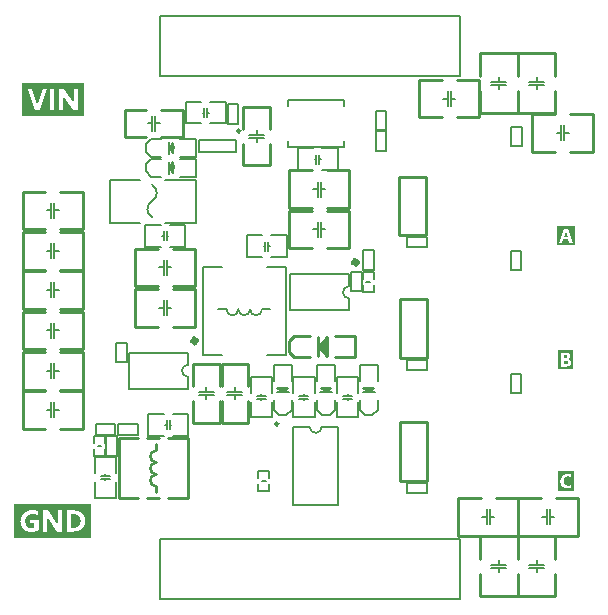
<source format=gto>
G04*
G04 #@! TF.GenerationSoftware,Altium Limited,Altium Designer,23.8.1 (32)*
G04*
G04 Layer_Color=65535*
%FSLAX44Y44*%
%MOMM*%
G71*
G04*
G04 #@! TF.SameCoordinates,92C49762-E6E1-4201-94AC-3A3CAB1C571E*
G04*
G04*
G04 #@! TF.FilePolarity,Positive*
G04*
G01*
G75*
%ADD10C,0.2000*%
%ADD11C,0.2540*%
%ADD12C,0.2032*%
%ADD13C,0.5000*%
%ADD14C,0.2500*%
%ADD15C,0.1524*%
%ADD16C,0.1778*%
G36*
X504415Y125000D02*
X491188D01*
Y141297D01*
X504415D01*
Y125000D01*
D02*
G37*
G36*
X504175Y228000D02*
X491428D01*
Y243890D01*
X504175D01*
Y228000D01*
D02*
G37*
G36*
X505603Y333000D02*
X490000D01*
Y348890D01*
X505603D01*
Y333000D01*
D02*
G37*
G36*
X95996Y85000D02*
X31000D01*
Y113605D01*
X95996D01*
Y85000D01*
D02*
G37*
G36*
X89736Y442000D02*
X37000D01*
Y469995D01*
X89736D01*
Y442000D01*
D02*
G37*
%LPC*%
G36*
X499660Y139297D02*
X499493D01*
X499235Y139287D01*
X498985Y139278D01*
X498495Y139223D01*
X498042Y139130D01*
X497607Y139019D01*
X497210Y138881D01*
X496831Y138733D01*
X496489Y138566D01*
X496174Y138400D01*
X495897Y138233D01*
X495647Y138067D01*
X495444Y137919D01*
X495351Y137845D01*
X495268Y137780D01*
X495194Y137725D01*
X495130Y137669D01*
X495074Y137623D01*
X495028Y137577D01*
X494991Y137549D01*
X494963Y137521D01*
X494954Y137512D01*
X494945Y137503D01*
X494787Y137337D01*
X494640Y137152D01*
X494492Y136976D01*
X494362Y136791D01*
X494131Y136412D01*
X493928Y136024D01*
X493761Y135635D01*
X493613Y135256D01*
X493502Y134887D01*
X493410Y134526D01*
X493336Y134184D01*
X493280Y133879D01*
X493262Y133731D01*
X493243Y133601D01*
X493225Y133472D01*
X493216Y133361D01*
X493206Y133250D01*
X493197Y133158D01*
Y133084D01*
X493188Y133019D01*
Y132889D01*
X493206Y132399D01*
X493253Y131937D01*
X493336Y131503D01*
X493438Y131087D01*
X493549Y130708D01*
X493687Y130356D01*
X493826Y130033D01*
X493974Y129737D01*
X494122Y129478D01*
X494260Y129247D01*
X494399Y129052D01*
X494510Y128895D01*
X494612Y128766D01*
X494695Y128673D01*
X494741Y128618D01*
X494760Y128609D01*
Y128600D01*
X494908Y128452D01*
X495065Y128322D01*
X495398Y128073D01*
X495740Y127860D01*
X496091Y127675D01*
X496452Y127518D01*
X496803Y127388D01*
X497154Y127287D01*
X497487Y127203D01*
X497802Y127139D01*
X498097Y127083D01*
X498356Y127046D01*
X498476Y127037D01*
X498587Y127028D01*
X498689Y127018D01*
X498772Y127009D01*
X498846D01*
X498911Y127000D01*
X499031D01*
X499410Y127009D01*
X499780Y127028D01*
X500122Y127056D01*
X500446Y127102D01*
X500742Y127148D01*
X501019Y127203D01*
X501278Y127259D01*
X501509Y127314D01*
X501712Y127370D01*
X501897Y127435D01*
X502055Y127481D01*
X502184Y127527D01*
X502286Y127573D01*
X502360Y127601D01*
X502397Y127619D01*
X502415Y127629D01*
Y129959D01*
X502165Y129820D01*
X501916Y129709D01*
X501666Y129607D01*
X501417Y129515D01*
X501167Y129441D01*
X500927Y129376D01*
X500695Y129330D01*
X500483Y129284D01*
X500279Y129256D01*
X500094Y129228D01*
X499928Y129219D01*
X499789Y129200D01*
X499678D01*
X499595Y129191D01*
X499521D01*
X499216Y129200D01*
X498920Y129237D01*
X498643Y129293D01*
X498393Y129358D01*
X498153Y129441D01*
X497931Y129524D01*
X497728Y129626D01*
X497543Y129727D01*
X497385Y129820D01*
X497247Y129922D01*
X497117Y130005D01*
X497025Y130088D01*
X496942Y130153D01*
X496886Y130208D01*
X496849Y130245D01*
X496840Y130254D01*
X496664Y130467D01*
X496516Y130680D01*
X496378Y130911D01*
X496267Y131151D01*
X496174Y131382D01*
X496091Y131623D01*
X496026Y131845D01*
X495971Y132067D01*
X495934Y132270D01*
X495906Y132464D01*
X495878Y132640D01*
X495869Y132788D01*
X495860Y132908D01*
X495851Y133000D01*
Y133028D01*
Y133056D01*
Y133065D01*
Y133074D01*
X495860Y133407D01*
X495897Y133712D01*
X495943Y134008D01*
X496017Y134285D01*
X496091Y134544D01*
X496184Y134785D01*
X496276Y134997D01*
X496378Y135201D01*
X496470Y135377D01*
X496563Y135534D01*
X496655Y135663D01*
X496729Y135774D01*
X496803Y135866D01*
X496849Y135922D01*
X496886Y135968D01*
X496895Y135977D01*
X497099Y136172D01*
X497312Y136347D01*
X497543Y136495D01*
X497774Y136625D01*
X498005Y136736D01*
X498236Y136819D01*
X498458Y136893D01*
X498680Y136958D01*
X498883Y137004D01*
X499077Y137041D01*
X499244Y137059D01*
X499392Y137078D01*
X499512Y137087D01*
X499604Y137096D01*
X499678D01*
X499965Y137087D01*
X500233Y137069D01*
X500501Y137031D01*
X500751Y136985D01*
X500991Y136930D01*
X501222Y136874D01*
X501426Y136810D01*
X501620Y136745D01*
X501796Y136680D01*
X501953Y136615D01*
X502092Y136560D01*
X502202Y136504D01*
X502295Y136458D01*
X502360Y136421D01*
X502406Y136403D01*
X502415Y136393D01*
Y138844D01*
X502193Y138927D01*
X501953Y138991D01*
X501712Y139056D01*
X501463Y139102D01*
X500973Y139186D01*
X500742Y139213D01*
X500511Y139241D01*
X500307Y139260D01*
X500113Y139269D01*
X499937Y139287D01*
X499789D01*
X499660Y139297D01*
D02*
G37*
G36*
X497839Y241890D02*
X493428D01*
Y230000D01*
X497876D01*
X498236Y230009D01*
X498587Y230037D01*
X498911Y230093D01*
X499207Y230148D01*
X499493Y230222D01*
X499752Y230305D01*
X499984Y230388D01*
X500196Y230481D01*
X500390Y230564D01*
X500547Y230647D01*
X500695Y230730D01*
X500806Y230804D01*
X500899Y230869D01*
X500964Y230915D01*
X501010Y230943D01*
X501019Y230952D01*
X501222Y231137D01*
X501398Y231341D01*
X501555Y231544D01*
X501685Y231757D01*
X501796Y231969D01*
X501897Y232191D01*
X501971Y232395D01*
X502027Y232598D01*
X502082Y232792D01*
X502110Y232968D01*
X502138Y233125D01*
X502156Y233264D01*
X502165Y233375D01*
X502175Y233458D01*
Y233532D01*
X502165Y233745D01*
X502138Y233948D01*
X502101Y234142D01*
X502055Y234318D01*
X501999Y234493D01*
X501934Y234650D01*
X501860Y234799D01*
X501796Y234928D01*
X501722Y235048D01*
X501648Y235150D01*
X501583Y235242D01*
X501528Y235316D01*
X501481Y235381D01*
X501444Y235418D01*
X501417Y235446D01*
X501407Y235455D01*
X501259Y235594D01*
X501102Y235714D01*
X500945Y235825D01*
X500779Y235926D01*
X500603Y236010D01*
X500437Y236084D01*
X500279Y236148D01*
X500122Y236204D01*
X499974Y236250D01*
X499836Y236287D01*
X499715Y236324D01*
X499604Y236343D01*
X499521Y236361D01*
X499457Y236370D01*
X499420Y236380D01*
X499401D01*
Y236407D01*
X499586Y236463D01*
X499762Y236527D01*
X499928Y236601D01*
X500076Y236685D01*
X500224Y236768D01*
X500363Y236851D01*
X500483Y236934D01*
X500603Y237017D01*
X500705Y237091D01*
X500788Y237165D01*
X500871Y237239D01*
X500927Y237295D01*
X500982Y237350D01*
X501019Y237387D01*
X501038Y237406D01*
X501047Y237415D01*
X501167Y237554D01*
X501259Y237702D01*
X501352Y237840D01*
X501426Y237988D01*
X501491Y238127D01*
X501546Y238275D01*
X501583Y238404D01*
X501620Y238534D01*
X501648Y238654D01*
X501666Y238765D01*
X501685Y238857D01*
X501694Y238950D01*
X501703Y239014D01*
Y239061D01*
Y239098D01*
Y239107D01*
X501694Y239347D01*
X501657Y239569D01*
X501611Y239782D01*
X501537Y239976D01*
X501463Y240161D01*
X501370Y240327D01*
X501278Y240485D01*
X501176Y240623D01*
X501074Y240743D01*
X500982Y240854D01*
X500890Y240938D01*
X500816Y241012D01*
X500751Y241076D01*
X500695Y241113D01*
X500658Y241141D01*
X500649Y241150D01*
X500446Y241280D01*
X500215Y241391D01*
X499984Y241492D01*
X499734Y241576D01*
X499484Y241649D01*
X499235Y241714D01*
X498994Y241760D01*
X498754Y241797D01*
X498532Y241825D01*
X498319Y241853D01*
X498134Y241871D01*
X497977Y241881D01*
X497839Y241890D01*
D02*
G37*
%LPD*%
G36*
X497395Y239985D02*
X497552Y239967D01*
X497700Y239948D01*
X497839Y239911D01*
X497968Y239874D01*
X498088Y239837D01*
X498190Y239791D01*
X498384Y239689D01*
X498550Y239569D01*
X498680Y239449D01*
X498782Y239320D01*
X498865Y239190D01*
X498930Y239070D01*
X498966Y238950D01*
X499003Y238848D01*
X499022Y238765D01*
X499031Y238691D01*
Y238654D01*
Y238635D01*
X499022Y238497D01*
X499013Y238367D01*
X498957Y238136D01*
X498874Y237942D01*
X498782Y237775D01*
X498689Y237646D01*
X498652Y237591D01*
X498606Y237544D01*
X498578Y237517D01*
X498550Y237489D01*
X498541Y237480D01*
X498532Y237470D01*
X498439Y237397D01*
X498329Y237341D01*
X498116Y237239D01*
X497885Y237165D01*
X497672Y237119D01*
X497570Y237101D01*
X497478Y237082D01*
X497385Y237073D01*
X497321D01*
X497256Y237064D01*
X495962D01*
Y240004D01*
X497228D01*
X497395Y239985D01*
D02*
G37*
G36*
X497802Y235131D02*
X497959Y235113D01*
X498107Y235085D01*
X498245Y235057D01*
X498366Y235020D01*
X498486Y234983D01*
X498587Y234946D01*
X498671Y234900D01*
X498754Y234863D01*
X498819Y234826D01*
X498874Y234799D01*
X498920Y234771D01*
X498948Y234752D01*
X498966Y234743D01*
X498976Y234734D01*
X499068Y234650D01*
X499151Y234567D01*
X499225Y234475D01*
X499290Y234373D01*
X499336Y234281D01*
X499383Y234179D01*
X499447Y233994D01*
X499484Y233828D01*
X499493Y233754D01*
X499503Y233689D01*
X499512Y233643D01*
Y233606D01*
Y233578D01*
Y233569D01*
X499503Y233421D01*
X499484Y233291D01*
X499466Y233162D01*
X499429Y233042D01*
X499336Y232829D01*
X499290Y232737D01*
X499244Y232654D01*
X499188Y232579D01*
X499142Y232515D01*
X499096Y232459D01*
X499050Y232413D01*
X499013Y232376D01*
X498994Y232348D01*
X498976Y232339D01*
X498966Y232330D01*
X498865Y232256D01*
X498745Y232182D01*
X498504Y232071D01*
X498255Y231997D01*
X498014Y231942D01*
X497903Y231923D01*
X497802Y231914D01*
X497709Y231895D01*
X497626D01*
X497561Y231886D01*
X495962D01*
Y235150D01*
X497635D01*
X497802Y235131D01*
D02*
G37*
%LPC*%
G36*
X499341Y346890D02*
X496355D01*
X492000Y335000D01*
X494755D01*
X495634Y337718D01*
X499951D01*
X500839Y335000D01*
X503603D01*
X499341Y346890D01*
D02*
G37*
%LPD*%
G36*
X497843Y344606D02*
X497871Y344403D01*
X497899Y344227D01*
X497926Y344079D01*
X497954Y343959D01*
X497982Y343876D01*
X497991Y343820D01*
X498000Y343811D01*
Y343802D01*
X499350Y339678D01*
X496179D01*
X497538Y343829D01*
X497594Y344015D01*
X497640Y344190D01*
X497677Y344366D01*
X497705Y344514D01*
X497732Y344652D01*
X497742Y344745D01*
Y344791D01*
X497751Y344819D01*
Y344828D01*
Y344837D01*
X497816D01*
X497843Y344606D01*
D02*
G37*
%LPC*%
G36*
X46218Y108525D02*
X45940D01*
X45524Y108511D01*
X45136Y108497D01*
X44359Y108414D01*
X43638Y108275D01*
X42945Y108109D01*
X42321Y107915D01*
X41724Y107693D01*
X41184Y107443D01*
X40698Y107207D01*
X40268Y106958D01*
X39880Y106708D01*
X39713Y106597D01*
X39547Y106486D01*
X39408Y106389D01*
X39284Y106292D01*
X39159Y106195D01*
X39062Y106126D01*
X38979Y106056D01*
X38909Y105987D01*
X38854Y105946D01*
X38812Y105904D01*
X38798Y105890D01*
X38784Y105876D01*
X38535Y105626D01*
X38313Y105363D01*
X38091Y105099D01*
X37897Y104822D01*
X37703Y104545D01*
X37536Y104254D01*
X37217Y103685D01*
X36954Y103116D01*
X36746Y102534D01*
X36565Y101979D01*
X36413Y101452D01*
X36302Y100953D01*
X36219Y100481D01*
X36191Y100273D01*
X36163Y100065D01*
X36135Y99885D01*
X36122Y99719D01*
X36108Y99552D01*
X36094Y99413D01*
Y99303D01*
X36080Y99192D01*
Y99011D01*
X36094Y98623D01*
X36108Y98249D01*
X36191Y97541D01*
X36302Y96862D01*
X36468Y96238D01*
X36649Y95655D01*
X36857Y95114D01*
X37078Y94629D01*
X37314Y94185D01*
X37536Y93783D01*
X37758Y93450D01*
X37966Y93145D01*
X38146Y92909D01*
X38313Y92715D01*
X38424Y92576D01*
X38507Y92493D01*
X38535Y92479D01*
Y92465D01*
X38770Y92243D01*
X39020Y92049D01*
X39533Y91675D01*
X40074Y91356D01*
X40629Y91092D01*
X41184Y90857D01*
X41752Y90662D01*
X42293Y90510D01*
X42820Y90385D01*
X43319Y90274D01*
X43791Y90205D01*
X43999Y90177D01*
X44193Y90149D01*
X44387Y90135D01*
X44554Y90122D01*
X44720Y90108D01*
X44859Y90094D01*
X44970D01*
X45067Y90080D01*
X45261D01*
X45968Y90094D01*
X46634Y90149D01*
X47272Y90219D01*
X47882Y90316D01*
X48451Y90427D01*
X48978Y90552D01*
X49463Y90690D01*
X49907Y90829D01*
X50309Y90968D01*
X50669Y91106D01*
X50975Y91231D01*
X51224Y91342D01*
X51432Y91439D01*
X51515Y91481D01*
X51571Y91509D01*
X51627Y91536D01*
X51668Y91564D01*
X51682Y91578D01*
X51696D01*
Y100440D01*
X44290D01*
Y97389D01*
X47896D01*
Y93727D01*
X47521Y93575D01*
X47119Y93464D01*
X46717Y93381D01*
X46329Y93325D01*
X46148Y93311D01*
X45982Y93298D01*
X45843Y93284D01*
X45718D01*
X45608Y93270D01*
X45469D01*
X45011Y93284D01*
X44581Y93339D01*
X44179Y93408D01*
X43791Y93519D01*
X43444Y93630D01*
X43111Y93769D01*
X42820Y93908D01*
X42557Y94060D01*
X42307Y94199D01*
X42099Y94338D01*
X41933Y94476D01*
X41780Y94587D01*
X41669Y94698D01*
X41586Y94768D01*
X41530Y94823D01*
X41516Y94837D01*
X41267Y95142D01*
X41045Y95475D01*
X40851Y95822D01*
X40684Y96182D01*
X40546Y96543D01*
X40421Y96903D01*
X40338Y97264D01*
X40254Y97611D01*
X40199Y97929D01*
X40157Y98235D01*
X40116Y98512D01*
X40102Y98748D01*
X40088Y98942D01*
X40074Y99081D01*
Y99136D01*
Y99178D01*
Y99192D01*
Y99205D01*
X40088Y99705D01*
X40143Y100190D01*
X40227Y100634D01*
X40324Y101050D01*
X40448Y101452D01*
X40573Y101813D01*
X40726Y102146D01*
X40879Y102451D01*
X41017Y102714D01*
X41170Y102950D01*
X41294Y103158D01*
X41419Y103324D01*
X41516Y103463D01*
X41600Y103546D01*
X41655Y103616D01*
X41669Y103629D01*
X41988Y103934D01*
X42307Y104184D01*
X42654Y104420D01*
X43000Y104614D01*
X43347Y104767D01*
X43708Y104905D01*
X44040Y105016D01*
X44373Y105113D01*
X44678Y105183D01*
X44956Y105238D01*
X45205Y105266D01*
X45427Y105294D01*
X45608Y105308D01*
X45746Y105321D01*
X45857D01*
X46412Y105308D01*
X46939Y105266D01*
X47438Y105210D01*
X47910Y105127D01*
X48354Y105044D01*
X48770Y104947D01*
X49158Y104836D01*
X49518Y104725D01*
X49824Y104600D01*
X50101Y104503D01*
X50351Y104392D01*
X50545Y104309D01*
X50711Y104226D01*
X50822Y104170D01*
X50891Y104129D01*
X50919Y104115D01*
Y107721D01*
X50517Y107859D01*
X50101Y107984D01*
X49671Y108095D01*
X49241Y108192D01*
X48825Y108261D01*
X48409Y108331D01*
X48007Y108386D01*
X47632Y108428D01*
X47286Y108456D01*
X46953Y108483D01*
X46662Y108497D01*
X46426Y108511D01*
X46218Y108525D01*
D02*
G37*
G36*
X71098Y108220D02*
X67492D01*
Y98054D01*
Y97722D01*
Y97416D01*
X67506Y97153D01*
Y96903D01*
X67520Y96667D01*
X67533Y96473D01*
Y96293D01*
X67547Y96140D01*
X67561Y96002D01*
X67575Y95891D01*
Y95794D01*
X67589Y95711D01*
Y95655D01*
X67603Y95613D01*
Y95600D01*
Y95586D01*
X67547D01*
X67506Y95655D01*
X67464Y95738D01*
X67339Y95933D01*
X67201Y96168D01*
X67048Y96404D01*
X66896Y96640D01*
X66826Y96737D01*
X66771Y96820D01*
X66729Y96903D01*
X66687Y96959D01*
X66674Y96987D01*
X66660Y97000D01*
X59379Y108220D01*
X55232D01*
Y90385D01*
X58838D01*
Y100523D01*
Y100870D01*
Y101202D01*
X58824Y101508D01*
Y101785D01*
X58810Y102035D01*
Y102270D01*
X58796Y102478D01*
Y102673D01*
X58783Y102839D01*
X58769Y102978D01*
Y103089D01*
X58755Y103200D01*
Y103269D01*
X58741Y103324D01*
Y103352D01*
Y103366D01*
X58796D01*
X58907Y103144D01*
X59046Y102908D01*
X59185Y102673D01*
X59323Y102437D01*
X59448Y102243D01*
X59545Y102076D01*
X59587Y102007D01*
X59615Y101965D01*
X59642Y101938D01*
Y101924D01*
X67201Y90385D01*
X71098D01*
Y108220D01*
D02*
G37*
G36*
X81652D02*
X75244D01*
Y90385D01*
X81388D01*
X81776Y90399D01*
X82165Y90413D01*
X82886Y90496D01*
X83579Y90621D01*
X84231Y90773D01*
X84841Y90968D01*
X85410Y91176D01*
X85923Y91397D01*
X86395Y91633D01*
X86825Y91869D01*
X87185Y92091D01*
X87504Y92299D01*
X87643Y92396D01*
X87767Y92493D01*
X87879Y92576D01*
X87976Y92646D01*
X88059Y92715D01*
X88128Y92771D01*
X88184Y92826D01*
X88225Y92854D01*
X88239Y92881D01*
X88253D01*
X88489Y93117D01*
X88724Y93367D01*
X88933Y93630D01*
X89127Y93894D01*
X89487Y94421D01*
X89792Y94976D01*
X90056Y95530D01*
X90264Y96085D01*
X90444Y96626D01*
X90583Y97139D01*
X90694Y97638D01*
X90777Y98082D01*
X90832Y98484D01*
X90860Y98678D01*
X90874Y98845D01*
X90888Y98997D01*
X90902Y99122D01*
Y99247D01*
X90916Y99344D01*
Y99927D01*
X90888Y100315D01*
X90805Y101050D01*
X90680Y101743D01*
X90513Y102395D01*
X90292Y102992D01*
X90042Y103560D01*
X89751Y104073D01*
X89432Y104559D01*
X89085Y104988D01*
X88711Y105391D01*
X88322Y105765D01*
X87906Y106098D01*
X87490Y106403D01*
X87046Y106667D01*
X86616Y106916D01*
X86173Y107138D01*
X85715Y107318D01*
X85285Y107499D01*
X84841Y107637D01*
X84425Y107762D01*
X84009Y107873D01*
X83621Y107956D01*
X83246Y108026D01*
X82900Y108081D01*
X82581Y108123D01*
X82289Y108164D01*
X82040Y108192D01*
X81818Y108206D01*
X81652Y108220D01*
D02*
G37*
%LPD*%
G36*
X81582Y105099D02*
X82026Y105044D01*
X82456Y104975D01*
X82858Y104878D01*
X83219Y104767D01*
X83565Y104642D01*
X83884Y104503D01*
X84176Y104365D01*
X84425Y104226D01*
X84661Y104087D01*
X84841Y103962D01*
X85008Y103851D01*
X85133Y103754D01*
X85230Y103685D01*
X85285Y103629D01*
X85299Y103616D01*
X85590Y103324D01*
X85840Y103005D01*
X86048Y102686D01*
X86242Y102340D01*
X86395Y101993D01*
X86519Y101646D01*
X86630Y101313D01*
X86713Y100981D01*
X86783Y100675D01*
X86838Y100384D01*
X86866Y100135D01*
X86894Y99913D01*
X86908Y99719D01*
X86922Y99580D01*
Y99538D01*
Y99497D01*
Y99483D01*
Y99469D01*
X86908Y98970D01*
X86852Y98484D01*
X86783Y98041D01*
X86686Y97624D01*
X86561Y97236D01*
X86436Y96875D01*
X86284Y96543D01*
X86145Y96251D01*
X86006Y95988D01*
X85854Y95752D01*
X85729Y95558D01*
X85618Y95392D01*
X85507Y95267D01*
X85438Y95170D01*
X85382Y95114D01*
X85368Y95100D01*
X85063Y94823D01*
X84744Y94573D01*
X84411Y94352D01*
X84051Y94171D01*
X83704Y94019D01*
X83343Y93880D01*
X82997Y93783D01*
X82664Y93700D01*
X82359Y93630D01*
X82068Y93575D01*
X81804Y93547D01*
X81568Y93519D01*
X81388Y93505D01*
X81249Y93492D01*
X79044D01*
Y105113D01*
X81111D01*
X81582Y105099D01*
D02*
G37*
%LPC*%
G36*
X84656Y464915D02*
X81050D01*
Y454749D01*
Y454416D01*
Y454111D01*
X81064Y453848D01*
Y453598D01*
X81078Y453362D01*
X81092Y453168D01*
Y452988D01*
X81106Y452835D01*
X81119Y452697D01*
X81133Y452586D01*
Y452489D01*
X81147Y452406D01*
Y452350D01*
X81161Y452308D01*
Y452295D01*
Y452281D01*
X81106D01*
X81064Y452350D01*
X81023Y452433D01*
X80898Y452627D01*
X80759Y452863D01*
X80606Y453099D01*
X80454Y453335D01*
X80385Y453432D01*
X80329Y453515D01*
X80287Y453598D01*
X80246Y453654D01*
X80232Y453681D01*
X80218Y453695D01*
X72937Y464915D01*
X68790D01*
Y447080D01*
X72396D01*
Y457218D01*
Y457565D01*
Y457897D01*
X72382Y458203D01*
Y458480D01*
X72369Y458730D01*
Y458965D01*
X72355Y459173D01*
Y459367D01*
X72341Y459534D01*
X72327Y459673D01*
Y459784D01*
X72313Y459894D01*
Y459964D01*
X72299Y460019D01*
Y460047D01*
Y460061D01*
X72355D01*
X72466Y459839D01*
X72604Y459603D01*
X72743Y459367D01*
X72882Y459132D01*
X73007Y458937D01*
X73104Y458771D01*
X73145Y458702D01*
X73173Y458660D01*
X73201Y458632D01*
Y458619D01*
X80759Y447080D01*
X84656D01*
Y464915D01*
D02*
G37*
G36*
X58681D02*
X54714D01*
X50859Y452350D01*
X50748Y452003D01*
X50665Y451670D01*
X50595Y451365D01*
X50540Y451088D01*
X50498Y450866D01*
X50484Y450769D01*
X50470Y450700D01*
Y450630D01*
X50457Y450589D01*
Y450561D01*
Y450547D01*
X50387D01*
X50359Y450852D01*
X50304Y451171D01*
X50248Y451462D01*
X50193Y451740D01*
X50138Y451962D01*
X50110Y452059D01*
X50082Y452142D01*
X50068Y452211D01*
X50054Y452267D01*
X50040Y452295D01*
Y452308D01*
X46171Y464915D01*
X42080D01*
X48196Y447080D01*
X52481D01*
X58681Y464915D01*
D02*
G37*
G36*
X64658D02*
X60858D01*
Y447080D01*
X64658D01*
Y464915D01*
D02*
G37*
%LPD*%
D10*
X147500Y370144D02*
G03*
X147500Y384000I-4000J6928D01*
G01*
Y370144D02*
G03*
X147500Y356287I4000J-6928D01*
G01*
X210530Y278490D02*
G03*
X220530Y278490I5000J0D01*
G01*
X220530D02*
G03*
X230530Y278490I5000J0D01*
G01*
X230530D02*
G03*
X240530Y278490I5000J0D01*
G01*
X280920Y179020D02*
G03*
X291080Y179000I5080J-20D01*
G01*
X111500Y352000D02*
Y388000D01*
X184500Y352000D02*
Y388000D01*
X111500D02*
X137500D01*
X111500Y352000D02*
X137500D01*
X158500Y388000D02*
X184500D01*
X158500Y352000D02*
X184500D01*
X190530Y314490D02*
X206530D01*
X190530Y239490D02*
Y314490D01*
Y239490D02*
X206530D01*
X244530D02*
X260530D01*
Y314490D01*
X244530D02*
X260530D01*
X203530Y278490D02*
X210530D01*
X240530D02*
X247530D01*
X154000Y526900D02*
X408000D01*
X154000Y476100D02*
Y526900D01*
Y476100D02*
X408000D01*
Y526900D01*
X154000Y83900D02*
X408000D01*
X154000Y33100D02*
Y83900D01*
Y33100D02*
X408000D01*
Y83900D01*
X266950Y113000D02*
X305050D01*
Y179000D01*
X266950Y113000D02*
Y178995D01*
X280920Y179020D01*
X291080Y179000D02*
X305050D01*
X127760Y211190D02*
Y241670D01*
Y211190D02*
X177760D01*
X127760Y241670D02*
X177760D01*
X309750Y416300D02*
Y420950D01*
Y451050D02*
Y455700D01*
X262250D02*
X309750D01*
X262250Y416300D02*
Y420950D01*
Y451050D02*
Y455700D01*
Y416300D02*
X309750D01*
X218630Y411830D02*
Y421830D01*
X187630Y411830D02*
Y421830D01*
X218630D01*
X187630Y411830D02*
X218630D01*
X264030Y308160D02*
X314030Y308160D01*
X264030Y277680D02*
X314030D01*
X264030D02*
Y308160D01*
D11*
X254275Y181560D02*
G03*
X254275Y181560I-1295J0D01*
G01*
X151060Y138700D02*
G03*
X151060Y128540I0J-5080D01*
G01*
Y159020D02*
G03*
X151060Y148860I0J-5080D01*
G01*
D02*
G03*
X151060Y138700I0J-5080D01*
G01*
X406500Y119003D02*
X425650D01*
X438350D02*
X457500D01*
X438350Y86997D02*
X457500D01*
X406500D02*
X425650D01*
X406500D02*
Y119001D01*
X457500Y86997D02*
Y119001D01*
X373500Y473003D02*
X392650D01*
X405350D02*
X424500D01*
X405350Y440997D02*
X424500D01*
X373500D02*
X392650D01*
X373500D02*
Y473001D01*
X424500Y440997D02*
Y473001D01*
X456997Y35500D02*
Y54650D01*
Y67350D02*
Y86500D01*
X489003Y67350D02*
Y86500D01*
Y35500D02*
Y54650D01*
X456999Y35500D02*
X489003D01*
X456999Y86500D02*
X489003D01*
X424997Y35500D02*
Y54650D01*
Y67350D02*
Y86500D01*
X457003Y67350D02*
Y86500D01*
Y35500D02*
Y54650D01*
X424999Y35500D02*
X457003D01*
X424999Y86500D02*
X457003D01*
X489350Y86997D02*
X508500D01*
X457500D02*
X476650D01*
X457500Y119003D02*
X476650D01*
X489350D02*
X508500D01*
Y86999D02*
Y119003D01*
X457500Y86999D02*
Y119003D01*
X501350Y411997D02*
X520500D01*
X469500D02*
X488650D01*
X469500Y444003D02*
X488650D01*
X501350D02*
X520500D01*
Y411999D02*
Y444003D01*
X469500Y411999D02*
Y444003D01*
X489003Y476350D02*
Y495500D01*
Y444500D02*
Y463650D01*
X456997Y444500D02*
Y463650D01*
Y476350D02*
Y495500D01*
X489001D01*
X456997Y444500D02*
X489001D01*
X457003Y476350D02*
Y495500D01*
Y444500D02*
Y463650D01*
X424997Y444500D02*
Y463650D01*
Y476350D02*
Y495500D01*
X457001D01*
X424997Y444500D02*
X457001D01*
X257746Y209746D02*
X259270Y210254D01*
X256222Y211524D02*
X257746Y209746D01*
X256222Y211524D02*
X260540Y211270D01*
X329222Y211524D02*
X333540Y211270D01*
X329222Y211524D02*
X330746Y209746D01*
X332270Y210254D01*
X294746Y209746D02*
X296270Y210254D01*
X293222Y211524D02*
X294746Y209746D01*
X293222Y211524D02*
X297540Y211270D01*
X164563Y412460D02*
X164817Y416778D01*
X163039Y415254D02*
X164817Y416778D01*
X163039Y415254D02*
X163547Y413730D01*
X164563Y395960D02*
X164817Y400278D01*
X163039Y398754D02*
X164817Y400278D01*
X163039Y398754D02*
X163547Y397230D01*
X224824Y400500D02*
X247176D01*
X224824Y450000D02*
X247176D01*
X224824Y400500D02*
Y418650D01*
Y431350D02*
Y449500D01*
X247176Y431350D02*
Y449500D01*
Y400500D02*
Y418650D01*
X124500Y447176D02*
X124500Y424824D01*
X174000Y424824D02*
Y447176D01*
X124500D02*
X142650D01*
X155350D02*
X173500D01*
X155350Y424824D02*
X173500D01*
X124500Y424824D02*
X142650Y424824D01*
X288014Y247003D02*
X295736Y254725D01*
Y239053D02*
Y254725D01*
X287608Y247181D02*
X295736Y239053D01*
X302365Y237910D02*
X319510D01*
X302365Y255690D02*
X319510D01*
Y237910D02*
Y255690D01*
X287608Y238748D02*
Y255207D01*
X263122Y251372D02*
X267440Y255690D01*
X280775D01*
X267440Y237910D02*
X280775D01*
X263122Y242228D02*
X267440Y237910D01*
X263122Y242228D02*
Y251372D01*
X293856Y251118D02*
X294110Y241212D01*
X289030Y246800D02*
X293856Y251118D01*
X289030Y246800D02*
X291570Y244260D01*
Y246800D01*
Y249340D01*
X314530Y362111D02*
X314530Y330107D01*
X263530D02*
Y362111D01*
Y330107D02*
X282680Y330107D01*
X295380Y330107D02*
X314530D01*
X295380Y362113D02*
X314530Y362113D01*
X263530Y362113D02*
X282680D01*
X314530Y364147D02*
Y396151D01*
X263530Y364147D02*
Y396151D01*
Y364147D02*
X282680Y364147D01*
X295380Y364147D02*
X314530D01*
X295380Y396153D02*
X314530D01*
X263530Y396153D02*
X282680D01*
X357524Y133500D02*
Y183000D01*
X379876Y133500D02*
Y183000D01*
X357524Y133500D02*
X379876D01*
X357524Y183000D02*
X379876D01*
X357524Y237500D02*
Y287000D01*
X379876Y237500D02*
Y287000D01*
X357524Y237500D02*
X379876D01*
X357524Y287000D02*
X379876D01*
X356884Y341450D02*
Y390950D01*
X379236Y341450D02*
Y390950D01*
X356884Y341450D02*
X379236D01*
X356884Y390950D02*
X379236D01*
X165030Y297957D02*
X184180D01*
X133180D02*
X152330D01*
X133180Y329963D02*
X152330D01*
X165030D02*
X184180D01*
Y297959D02*
Y329963D01*
X133180Y297959D02*
Y329963D01*
X165030Y263667D02*
X184180D01*
X133180D02*
X152330D01*
X133180Y295673D02*
X152330D01*
X165030D02*
X184180D01*
Y263669D02*
Y295673D01*
X133180Y263669D02*
Y295673D01*
X182324Y232040D02*
X204676D01*
X182324Y182540D02*
X204676D01*
Y213890D02*
Y232040D01*
Y183040D02*
X204676Y201190D01*
X182324Y183040D02*
Y201190D01*
Y213890D02*
Y232040D01*
X206454Y232040D02*
X228806Y232040D01*
X206454Y182540D02*
X228806Y182540D01*
Y213890D02*
Y232040D01*
Y183040D02*
Y201190D01*
X206454Y183040D02*
Y201190D01*
Y213890D02*
X206454Y232040D01*
X37930Y343933D02*
X57080D01*
X69780D02*
X88930D01*
X69780Y311927D02*
X88930D01*
X37930D02*
X57080D01*
X37930D02*
Y343931D01*
X88930Y311927D02*
Y343931D01*
X37930Y209313D02*
X57080D01*
X69780D02*
X88930D01*
X69780Y177307D02*
X88930D01*
X37930D02*
X57080D01*
X37930D02*
Y209311D01*
X88930Y177307D02*
Y209311D01*
X37930Y310913D02*
X57080D01*
X69780D02*
X88930D01*
X69780Y278907D02*
X88930D01*
X37930D02*
X57080D01*
X37930D02*
Y310911D01*
X88930Y278907D02*
Y310911D01*
X37930Y276623D02*
X57080D01*
X69780D02*
X88930D01*
X69780Y244617D02*
X88930D01*
X37930D02*
X57080D01*
X37930D02*
Y276621D01*
X88930Y244617D02*
Y276621D01*
X37930Y378223D02*
X57080D01*
X69780D02*
X88930D01*
X69780Y346217D02*
X88930D01*
X37930D02*
X57080D01*
X37930D02*
Y378221D01*
X88930Y346217D02*
Y378221D01*
X37930Y242333D02*
X57080D01*
X69780D02*
X88930D01*
X69780Y210327D02*
X88930D01*
X37930D02*
X57080D01*
X37930D02*
Y242331D01*
X88930Y210327D02*
Y242331D01*
X119310Y118380D02*
X135820D01*
X119310D02*
Y169180D01*
X135820D01*
X161220D02*
X177730D01*
Y118380D02*
Y169180D01*
X161220Y118380D02*
X177730D01*
X151060Y123460D02*
Y128540D01*
Y159020D02*
Y164100D01*
X143440Y169180D02*
X153600D01*
X143440Y118380D02*
X153600D01*
D12*
X172680Y226430D02*
G03*
X177760Y221350I5080J0D01*
G01*
X177760Y231510D02*
G03*
X172680Y226430I0J-5080D01*
G01*
X314030Y298000D02*
G03*
X308950Y292920I0J-5080D01*
G01*
X308950D02*
G03*
X314030Y287840I5080J0D01*
G01*
X230857Y221000D02*
X249145D01*
X230857Y187000D02*
X249145D01*
X230857D02*
Y200190D01*
Y207810D02*
Y221000D01*
X249143Y207810D02*
Y221000D01*
Y187000D02*
Y200190D01*
X266857Y221000D02*
X285145D01*
X266857Y187000D02*
X285145D01*
X266857D02*
Y200190D01*
Y207810D02*
Y221000D01*
X285143Y207810D02*
Y221000D01*
Y187000D02*
Y200190D01*
X322143Y187000D02*
Y200190D01*
Y207810D02*
Y221000D01*
X303857Y207810D02*
Y221000D01*
Y187000D02*
Y200190D01*
Y187000D02*
X322145D01*
X303857Y221000D02*
X322145D01*
X177760Y211190D02*
Y221350D01*
Y231510D02*
Y241670D01*
X270760Y396407D02*
X283950D01*
X291570D02*
X304760D01*
X291570Y414693D02*
X304760D01*
X270760D02*
X283950D01*
X270760Y396405D02*
Y414693D01*
X304760Y396405D02*
Y414693D01*
X162490Y349773D02*
X175680D01*
X141680D02*
X154870D01*
X141680Y331487D02*
X154870D01*
X162490D02*
X175680D01*
Y349775D01*
X141680Y331487D02*
Y349775D01*
X196810Y454143D02*
X210000D01*
X176000D02*
X189190D01*
X176000Y435857D02*
X189190D01*
X196810D02*
X210000D01*
Y454145D01*
X176000Y435857D02*
Y454145D01*
X314030Y308160D02*
X314030Y298000D01*
X314030Y277680D02*
X314030Y287840D01*
X165030Y189753D02*
X178220D01*
X144220D02*
X157410D01*
X144220Y171467D02*
X157410D01*
X165030D02*
X178220D01*
Y189755D01*
X144220Y171467D02*
Y189755D01*
X98737Y139970D02*
Y153160D01*
Y119160D02*
Y132350D01*
X117023Y119160D02*
Y132350D01*
Y139970D02*
Y153160D01*
X98735D02*
X117023D01*
X98735Y119160D02*
X117023D01*
X227580Y322747D02*
X240770D01*
X248390D02*
X261580Y322747D01*
X248390Y341033D02*
X261580D01*
X227580D02*
X240770D01*
X227580Y322745D02*
Y341033D01*
X261580Y322745D02*
Y341033D01*
D13*
X184785Y251830D02*
G03*
X184785Y251830I-1545J0D01*
G01*
X321055Y318320D02*
G03*
X321055Y318320I-1545J0D01*
G01*
D14*
X222130Y429580D02*
G03*
X222130Y429580I-1250J0D01*
G01*
D15*
X426920Y103000D02*
X430730D01*
X433270D02*
X437080D01*
X433270Y96650D02*
Y109350D01*
X430730Y96650D02*
Y109350D01*
X393920Y457000D02*
X397730D01*
X400270D02*
X404080D01*
X400270Y450650D02*
Y463350D01*
X397730Y450650D02*
Y463350D01*
X473000Y55920D02*
Y59730D01*
Y62270D02*
Y66080D01*
X466650Y62270D02*
X479350D01*
X466650Y59730D02*
X479350D01*
X441000Y55920D02*
Y59730D01*
Y62270D02*
Y66080D01*
X434650Y62270D02*
X447350D01*
X434650Y59730D02*
X447350D01*
X484270Y103000D02*
X488080D01*
X477920D02*
X481730D01*
Y96650D02*
Y109350D01*
X484270Y96650D02*
Y109350D01*
X496270Y428000D02*
X500080D01*
X489920D02*
X493730D01*
Y421650D02*
Y434350D01*
X496270Y421650D02*
Y434350D01*
X473000Y471270D02*
Y475080D01*
Y464920D02*
Y468730D01*
X466650D02*
X479350D01*
X466650Y471270D02*
X479350D01*
X441000D02*
Y475080D01*
Y464920D02*
Y468730D01*
X434650D02*
X447350D01*
X434650Y471270D02*
X447350D01*
X240476Y133000D02*
X243524D01*
X237501Y141499D02*
X246501D01*
X246499Y124501D02*
X246501Y124502D01*
X237501Y124501D02*
X246499D01*
X237501D02*
Y130460D01*
Y135540D02*
Y141499D01*
X246499Y124501D02*
Y130460D01*
Y135540D02*
Y141499D01*
X451601Y416599D02*
Y433099D01*
X460601Y416599D02*
Y433099D01*
X451601Y416599D02*
X460601D01*
X451601Y433099D02*
X460601D01*
X236190Y202730D02*
X243810D01*
X236190Y205270D02*
X243810D01*
X240000D02*
Y206540D01*
Y201460D02*
Y202730D01*
X253428Y212286D02*
X262318D01*
X253428D02*
X257746Y208222D01*
X252920D02*
X263080D01*
X258254D02*
X262318Y212286D01*
X331254Y208222D02*
X335318Y212286D01*
X325920Y208222D02*
X336080D01*
X326428Y212286D02*
X330746Y208222D01*
X326428Y212286D02*
X335318D01*
X272190Y202730D02*
X279810D01*
X272190Y205270D02*
X279810D01*
X276000D02*
Y206540D01*
Y201460D02*
Y202730D01*
X290428Y212286D02*
X299318D01*
X290428D02*
X294746Y208222D01*
X289920D02*
X300080D01*
X295254D02*
X299318Y212286D01*
X313000Y201460D02*
Y202730D01*
Y205270D02*
Y206540D01*
X309190Y205270D02*
X316810D01*
X309190Y202730D02*
X316810D01*
X161515Y414746D02*
X165579Y410682D01*
X161515Y409920D02*
Y420080D01*
Y415254D02*
X165579Y419572D01*
X165579Y410682D02*
X165579Y419572D01*
X161515Y398246D02*
X165579Y394182D01*
X161515Y393420D02*
Y403580D01*
Y398754D02*
X165579Y403072D01*
Y394182D02*
Y403072D01*
X236000Y419920D02*
Y423730D01*
Y426270D02*
Y430080D01*
X229650Y426270D02*
X242350D01*
X229650Y423730D02*
X242350D01*
X143920Y436000D02*
X147730D01*
X150270D02*
X154080D01*
X150270Y429650D02*
Y442350D01*
X147730Y429650D02*
Y442350D01*
X117459Y154331D02*
Y170831D01*
X108459Y154331D02*
Y170831D01*
X117459D01*
X108459Y154331D02*
X117459D01*
X287760Y352460D02*
X287760Y339760D01*
X290300Y339760D02*
Y352460D01*
X290300Y346110D02*
X294110D01*
X283950D02*
X287760D01*
Y373800D02*
Y386500D01*
X290300Y373800D02*
Y386500D01*
Y380150D02*
X294110D01*
X283950D02*
X287760D01*
X363371Y122691D02*
Y131691D01*
X379871Y122691D02*
Y131691D01*
X363371D02*
X379871D01*
X363371Y122691D02*
X379871D01*
X363371Y226831D02*
Y235831D01*
X379871Y226831D02*
Y235831D01*
X363371D02*
X379871D01*
X363371Y226831D02*
X379871D01*
X363371Y330971D02*
Y339971D01*
X379871Y330971D02*
Y339971D01*
X363371D02*
X379871D01*
X363371Y330971D02*
X379871D01*
X451189Y207591D02*
X460189D01*
X451189Y224091D02*
X460189D01*
X451189Y207591D02*
Y224091D01*
X460189Y207591D02*
Y224091D01*
X451189Y311731D02*
X460189D01*
X451189Y328231D02*
X460189D01*
X451189Y311731D02*
Y328231D01*
X460189Y311731D02*
Y328231D01*
X116379Y172299D02*
Y181299D01*
X99879Y172299D02*
Y181299D01*
Y172299D02*
X116379D01*
X99879Y181299D02*
X116379D01*
X159950Y313960D02*
X163760D01*
X153600D02*
X157410D01*
Y307610D02*
Y320310D01*
X159950Y307610D02*
Y320310D01*
Y279670D02*
X163760D01*
X153600D02*
X157410D01*
Y273320D02*
Y286020D01*
X159950Y273320D02*
Y286020D01*
X193500Y208810D02*
Y212620D01*
X193500Y202460D02*
Y206270D01*
X187150Y206270D02*
X199850D01*
X187150Y208810D02*
X199850D01*
X217630D02*
Y212620D01*
Y202460D02*
Y206270D01*
X211280Y206270D02*
X223980D01*
X211280Y208810D02*
X223980D01*
X107299Y165370D02*
Y171329D01*
Y154331D02*
Y160290D01*
X98301Y165370D02*
Y171329D01*
Y154331D02*
Y160290D01*
Y154331D02*
X107299D01*
X107301Y154332D01*
X98301Y171329D02*
X107301D01*
X101276Y162830D02*
X104324D01*
X334999Y304540D02*
Y310499D01*
X334999Y299460D02*
X334999Y293501D01*
X326001Y304540D02*
Y310499D01*
Y293501D02*
Y299460D01*
Y293501D02*
X334999D01*
X335001Y293502D01*
X326001Y310499D02*
X335001D01*
X328976Y302000D02*
X332024Y302000D01*
X285220Y405550D02*
X286490Y405550D01*
X289030Y405550D02*
X290300D01*
X289030Y401740D02*
Y409360D01*
X286490Y401740D02*
X286490Y409360D01*
X159950Y340630D02*
X161220D01*
X156140D02*
X157410D01*
Y336820D02*
Y344440D01*
X159950Y336820D02*
Y344440D01*
X194270Y445000D02*
X195540D01*
X190460D02*
X191730D01*
Y441190D02*
Y448810D01*
X194270Y441190D02*
Y448810D01*
X336863Y429197D02*
X345863D01*
X336863Y412697D02*
X345863Y412697D01*
X345863Y429197D02*
X345863Y412697D01*
X336863Y412697D02*
Y429197D01*
X336772Y446828D02*
X345772D01*
X336772Y430328D02*
X345772Y430328D01*
Y446828D01*
X336772Y430328D02*
Y446828D01*
X117351Y250069D02*
X126351D01*
X117351Y233569D02*
X126351D01*
Y250069D01*
X117351Y233569D02*
Y250069D01*
X135429Y172299D02*
Y181299D01*
X118929Y172299D02*
Y181299D01*
Y172299D02*
X135429D01*
X118929Y181299D02*
X135429D01*
X326001Y328499D02*
X335001D01*
X326001Y311999D02*
X335001D01*
Y328499D01*
X326001Y311999D02*
Y328499D01*
X316029Y293911D02*
X325029D01*
X316029Y310411D02*
X325029D01*
X316029D02*
X316029Y293911D01*
X325029D02*
Y310411D01*
X211499Y435501D02*
X220499D01*
X211499Y452001D02*
X220499D01*
X211499Y435501D02*
Y452001D01*
X220499Y435501D02*
Y452001D01*
X58350Y327930D02*
X62160D01*
X64700D02*
X68510D01*
X64700Y321580D02*
Y334280D01*
X62160Y321580D02*
Y334280D01*
X58350Y193310D02*
X62160D01*
X64700D02*
X68510D01*
X64700Y186960D02*
Y199660D01*
X62160Y186960D02*
Y199660D01*
X58350Y294910D02*
X62160D01*
X64700D02*
X68510D01*
X64700Y288560D02*
Y301260D01*
X62160Y288560D02*
Y301260D01*
X58350Y260620D02*
X62160D01*
X64700D02*
X68510D01*
X64700Y254270D02*
Y266970D01*
X62160Y254270D02*
Y266970D01*
X58350Y362220D02*
X62160D01*
X64700D02*
X68510D01*
X64700Y355870D02*
Y368570D01*
X62160Y355870D02*
Y368570D01*
X58350Y226330D02*
X62160D01*
X64700D02*
X68510D01*
X64700Y219980D02*
Y232680D01*
X62160Y219980D02*
Y232680D01*
X162490Y180610D02*
X163760D01*
X158680D02*
X159950D01*
Y176800D02*
Y184420D01*
X162490Y176800D02*
Y184420D01*
X107880Y137430D02*
Y138700D01*
Y133620D02*
Y134890D01*
X104070D02*
X111690D01*
X104070Y137430D02*
X111690D01*
X242040Y331890D02*
X243310D01*
X245850D02*
X247120D01*
X245850Y328080D02*
Y335700D01*
X243310Y328080D02*
Y335700D01*
D16*
X250380Y231082D02*
X265620D01*
X250380Y217874D02*
Y231082D01*
X265620Y217874D02*
Y231082D01*
X261048Y188918D02*
X265620Y193490D01*
Y201364D01*
X250380Y193236D02*
X250380Y201364D01*
X250380Y193236D02*
X254698Y188918D01*
X261048Y188918D01*
X327698Y188918D02*
X334048Y188918D01*
X323380Y193236D02*
X327698Y188918D01*
X323380Y193236D02*
X323380Y201364D01*
X338620Y193490D02*
Y201364D01*
X334048Y188918D02*
X338620Y193490D01*
Y217874D02*
Y231082D01*
X323380Y217874D02*
Y231082D01*
X338620D01*
X287380D02*
X302620D01*
X287380Y217874D02*
Y231082D01*
X302620Y217874D02*
Y231082D01*
X298048Y188918D02*
X302620Y193490D01*
Y201364D01*
X287380Y193236D02*
X287380Y201364D01*
X287380Y193236D02*
X291698Y188918D01*
X298048Y188918D01*
X142211Y411952D02*
Y418302D01*
X146529Y422620D01*
X154657Y422620D01*
X146783Y407380D02*
X154657Y407380D01*
X142211Y411952D02*
X146783Y407380D01*
X171167Y407380D02*
X184375Y407380D01*
X171167Y422620D02*
X184375Y422620D01*
Y407380D02*
Y422620D01*
X142211Y395452D02*
Y401802D01*
X146529Y406120D01*
X154657Y406120D01*
X146783Y390880D02*
X154657D01*
X142211Y395452D02*
X146783Y390880D01*
X171167D02*
X184375D01*
X171167Y406120D02*
X184375D01*
Y390880D02*
Y406120D01*
M02*

</source>
